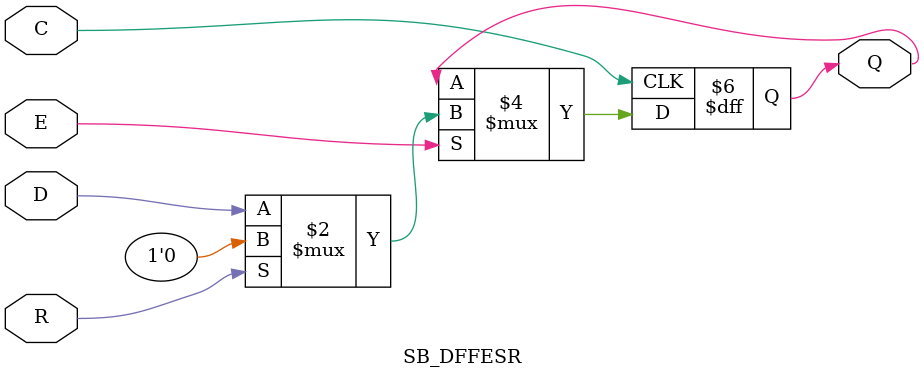
<source format=v>
/* A Verilator model
 */
module SB_DFFESR
  ( input C,E,D,R,
    output reg Q
    );
   initial
     Q = 1'b0;
   always @(posedge C)
     if ( E )
       Q <= R ? 1'b0 : D;
endmodule

  

</source>
